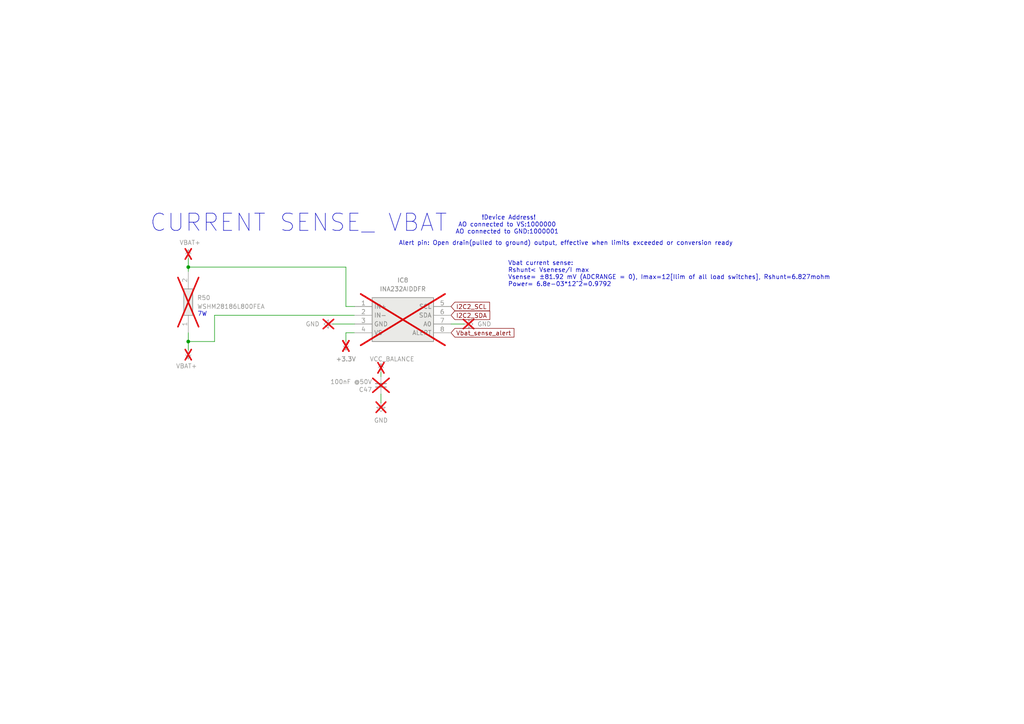
<source format=kicad_sch>
(kicad_sch (version 20250114) (generator "eeschema") (generator_version "9.0")
  (paper "A4")
  (lib_symbols
    (symbol "Device:C_Small" (pin_numbers (hide yes)) (pin_names (offset 0.254) (hide yes))
      (property "Reference" "C" (at 0.254 1.778 0))
      (property "Value" "C_Small" (at 0.254 -2.032 0))
      (symbol "C_Small_0_1"
        (polyline (pts (xy -1.524 0.508) (xy 1.524 0.508)) (stroke (width 0.3048)))
        (polyline (pts (xy -1.524 -0.508) (xy 1.524 -0.508)) (stroke (width 0.3302)))
      )
      (symbol "C_Small_1_1"
        (pin passive line (at 0 2.54 270) (length 2.032) (name "~") (number "1"))
        (pin passive line (at 0 -2.54 90) (length 2.032) (name "~") (number "2"))
      )
    )
    (symbol "power:+3.3V" (power) (pin_numbers (hide yes)) (pin_names (offset 0) (hide yes))
      (property "Value" "+3.3V" (at 0 3.556 0))
      (symbol "+3.3V_0_1"
        (polyline (pts (xy -0.762 1.27) (xy 0 2.54)))
        (polyline (pts (xy 0 2.54) (xy 0.762 1.27)))
        (polyline (pts (xy 0 0) (xy 0 2.54)))
      )
      (symbol "+3.3V_1_1"
        (pin power_in line (at 0 0 90) (length 0) (name "~") (number "1"))
      )
    )
    (symbol "power:+BATT" (power) (pin_numbers (hide yes)) (pin_names (offset 0) (hide yes))
      (property "Value" "+BATT" (at 0 3.556 0))
      (symbol "+BATT_0_1"
        (polyline (pts (xy -0.762 1.27) (xy 0 2.54)))
        (polyline (pts (xy 0 2.54) (xy 0.762 1.27)))
        (polyline (pts (xy 0 0) (xy 0 2.54)))
      )
      (symbol "+BATT_1_1"
        (pin power_in line (at 0 0 90) (length 0) (name "~") (number "1"))
      )
    )
    (symbol "power:GND1" (power) (pin_numbers (hide yes)) (pin_names (offset 0) (hide yes))
      (property "Value" "GND1" (at 0 -3.81 0))
      (symbol "GND1_0_1"
        (polyline (pts (xy 0 0) (xy 0 -1.27) (xy 1.27 -1.27) (xy 0 -2.54) (xy -1.27 -1.27) (xy 0 -1.27)))
      )
      (symbol "GND1_1_1"
        (pin power_in line (at 0 0 270) (length 0) (name "~") (number "1"))
      )
    )
    (symbol "power:VCC" (power) (pin_numbers (hide yes)) (pin_names (offset 0) (hide yes))
      (property "Value" "VCC" (at 0 3.556 0))
      (symbol "VCC_0_1"
        (polyline (pts (xy -0.762 1.27) (xy 0 2.54)))
        (polyline (pts (xy 0 2.54) (xy 0.762 1.27)))
        (polyline (pts (xy 0 0) (xy 0 2.54)))
      )
      (symbol "VCC_1_1"
        (pin power_in line (at 0 0 90) (length 0) (name "~") (number "1"))
      )
    )
    (symbol "samac_sys:INA232AIDDFR"
      (property "Reference" "IC" (at 24.13 7.62 0))
      (property "Value" "INA232AIDDFR" (at 24.13 5.08 0))
      (symbol "INA232AIDDFR_1_1"
        (rectangle (start 5.08 2.54) (end 22.86 -10.16) (stroke (width 0.254)) (fill (type background)))
        (pin passive line (at 0 0 0) (length 5.08) (name "IN+") (number "1"))
        (pin passive line (at 0 -2.54 0) (length 5.08) (name "IN-") (number "2"))
        (pin passive line (at 0 -5.08 0) (length 5.08) (name "GND") (number "3"))
        (pin passive line (at 0 -7.62 0) (length 5.08) (name "VS") (number "4"))
        (pin passive line (at 27.94 0 180) (length 5.08) (name "SCL") (number "5"))
        (pin passive line (at 27.94 -2.54 180) (length 5.08) (name "SDA") (number "6"))
        (pin passive line (at 27.94 -5.08 180) (length 5.08) (name "A0") (number "7"))
        (pin passive line (at 27.94 -7.62 180) (length 5.08) (name "ALERT") (number "8"))
      )
    )
    (symbol "samac_sys:WSHM28186L800FEA" (pin_names (hide yes))
      (property "Reference" "R" (at 13.97 6.35 0))
      (property "Value" "WSHM28186L800FEA" (at 13.97 3.81 0))
      (symbol "WSHM28186L800FEA_1_1"
        (rectangle (start 5.08 1.27) (end 12.7 -1.27) (stroke (width 0.254)) (fill (type background)))
        (pin passive line (at 0 0 0) (length 5.08) (name "1") (number "1"))
        (pin passive line (at 17.78 0 180) (length 5.08) (name "2") (number "2"))
      )
    )
  )
  (text "!Device Address!\nAO connected to VS:1000000 \nAO connected to GND:1000001 " (at 147.574 65.278 0) (effects (font (size 1.27 1.27))))
  (text "7W" (at 58.674 91.186 0) (effects (font (size 1.27 1.27))))
  (text "CURRENT SENSE_ VBAT" (at 86.614 64.77 0) (effects (font (size 5 5))))
  (text "Alert pin: Open drain(pulled to ground) output, effective when limits exceeded or conversion ready " (at 164.592 70.612 0) (effects (font (size 1.27 1.27))))
  (text "Vbat current sense:\nRshunt< Vsenese/I max\nVsense= ±81.92 mV (ADCRANGE = 0), Imax=12[Ilim of all load switches], Rshunt=6.827mohm\nPower= 6.8e-03*12^2=0.9792" (at 147.32 79.502 0) (effects (font (size 1.27 1.27)) (justify left)))
  (junction (at 54.61 77.47))
  (junction (at 54.61 99.06))
  (wire (pts (xy 100.33 96.52) (xy 102.87 96.52)))
  (wire (pts (xy 62.23 91.44) (xy 102.87 91.44)))
  (wire (pts (xy 100.33 99.06) (xy 100.33 96.52)))
  (wire (pts (xy 54.61 99.06) (xy 54.61 96.52)))
  (wire (pts (xy 100.33 88.9) (xy 100.33 77.47)))
  (wire (pts (xy 110.49 114.3) (xy 110.49 116.84)))
  (wire (pts (xy 102.87 88.9) (xy 100.33 88.9)))
  (wire (pts (xy 130.81 93.98) (xy 134.62 93.98)))
  (wire (pts (xy 110.49 107.95) (xy 110.49 109.22)))
  (wire (pts (xy 62.23 91.44) (xy 62.23 99.06)))
  (wire (pts (xy 54.61 99.06) (xy 54.61 101.6)))
  (wire (pts (xy 54.61 77.47) (xy 100.33 77.47)))
  (wire (pts (xy 54.61 74.93) (xy 54.61 77.47)))
  (wire (pts (xy 54.61 77.47) (xy 54.61 78.74)))
  (wire (pts (xy 62.23 99.06) (xy 54.61 99.06)))
  (wire (pts (xy 96.52 93.98) (xy 102.87 93.98)))
  (global_label "Vbat_sense_alert" (shape input) (at 130.81 96.52 0) (property "Intersheetrefs" "${INTERSHEET_REFS}" (effects (hide yes))))
  (global_label "I2C2_SDA" (shape input) (at 130.81 91.44 0) (property "Intersheetrefs" "${INTERSHEET_REFS}" (effects (hide yes))))
  (global_label "I2C2_SCL" (shape input) (at 130.81 88.9 0) (property "Intersheetrefs" "${INTERSHEET_REFS}" (effects (hide yes))))
  (symbol (lib_id "power:+3.3V") (at 100.33 99.06 180) (unit 1) (in_bom no) (on_board no) (dnp yes)
    (property "Reference" "#PWR0179" (effects (hide yes)))
    (property "Value" "+3.3V" (at 100.33 104.14 0))
    (property "Description" "Power symbol creates a global label with name \"+3.3V\"" (effects (hide yes)))
  )
  (symbol (lib_id "samac_sys:INA232AIDDFR") (at 102.87 88.9 0) (unit 1) (in_bom no) (on_board no) (dnp yes)
    (property "Reference" "IC8" (at 116.84 81.28 0))
    (property "Value" "INA232AIDDFR" (at 116.84 83.82 0))
    (property "Footprint" "SamacSys_Parts:SOT65P280X110-8N" (effects (hide yes)))
    (property "Datasheet" "https://www.ti.com/lit/ds/symlink/ina232.pdf?ts=1678135005205&ref_url=https%253A%252F%252Fwww.ti.com%252Fproduct%252FINA232" (effects (hide yes)))
    (property "Description" "Current Monitor Regulator High/Low-Side TSOT-23-8" (effects (hide yes)))
    (property "Height" "1.1" (effects (hide yes)))
    (property "Mouser Part Number" "595-INA232AIDDFR" (effects (hide yes)))
    (property "Mouser Price/Stock" "https://www.mouser.co.uk/ProductDetail/Texas-Instruments/INA232AIDDFR?qs=amGC7iS6iy%2Fta50EZB5C0g%3D%3D" (effects (hide yes)))
    (property "Manufacturer_Name" "Texas Instruments" (effects (hide yes)))
    (property "Manufacturer_Part_Number" "INA232AIDDFR" (effects (hide yes)))
  )
  (symbol (lib_id "power:GND1") (at 134.62 93.98 90) (unit 1) (in_bom no) (on_board no) (dnp yes)
    (property "Reference" "#PWR0182" (effects (hide yes)))
    (property "Value" "GND" (at 138.43 93.9799 90) (effects (justify right)))
    (property "Description" "Power symbol creates a global label with name \"GND1\" , ground" (effects (hide yes)))
  )
  (symbol (lib_id "power:+BATT") (at 54.61 74.93 0) (unit 1) (in_bom no) (on_board no) (dnp yes)
    (property "Reference" "#PWR0176" (effects (hide yes)))
    (property "Value" "VBAT+" (at 55.118 70.358 0))
    (property "Description" "Power symbol creates a global label with name \"+BATT\"" (effects (hide yes)))
  )
  (symbol (lib_id "samac_sys:WSHM28186L800FEA") (at 54.61 96.52 90) (unit 1) (in_bom no) (on_board no) (dnp yes)
    (property "Reference" "R50" (at 57.15 86.3599 90) (effects (justify right)))
    (property "Value" "WSHM28186L800FEA" (at 57.15 88.8999 90) (effects (justify right)))
    (property "Footprint" "SamacSys_Parts:WSHM2818R0330FEB" (effects (hide yes)))
    (property "Datasheet" "https://componentsearchengine.com/Datasheets/2/WSHM2818R0330FEB.pdf" (effects (hide yes)))
    (property "Description" "RES 0.0068 OHM 1% 7W 2818" (effects (hide yes)))
    (property "Height" "1.75" (effects (hide yes)))
    (property "Mouser Part Number" "71-WSHM28186L800FEA" (effects (hide yes)))
    (property "Mouser Price/Stock" "https://www.mouser.co.uk/ProductDetail/Vishay-Dale/WSHM28186L800FEA?qs=Blj4iBE%2FJuNu18DD8X313g%3D%3D" (effects (hide yes)))
    (property "Manufacturer_Name" "Vishay" (effects (hide yes)))
    (property "Manufacturer_Part_Number" "WSHM28186L800FEA" (effects (hide yes)))
  )
  (symbol (lib_id "power:+BATT") (at 54.61 101.6 180) (unit 1) (in_bom no) (on_board no) (dnp yes)
    (property "Reference" "#PWR0177" (effects (hide yes)))
    (property "Value" "VBAT+" (at 54.102 106.172 0))
    (property "Description" "Power symbol creates a global label with name \"+BATT\"" (effects (hide yes)))
  )
  (symbol (lib_id "power:VCC") (at 110.49 107.95 0) (unit 1) (in_bom no) (on_board no) (dnp yes)
    (property "Reference" "#PWR0180" (effects (hide yes)))
    (property "Value" "VCC_BALANCE" (at 107.188 104.14 0) (effects (justify left)))
    (property "Description" "Power symbol creates a global label with name \"VCC\"" (effects (hide yes)))
  )
  (symbol (lib_id "power:GND1") (at 110.49 116.84 0) (unit 1) (in_bom no) (on_board no) (dnp yes)
    (property "Reference" "#PWR0181" (effects (hide yes)))
    (property "Value" "GND" (at 110.49 121.92 0))
    (property "Description" "Power symbol creates a global label with name \"GND1\" , ground" (effects (hide yes)))
  )
  (symbol (lib_id "Device:C_Small") (at 110.49 111.76 180) (unit 1) (in_bom no) (on_board no) (dnp yes)
    (property "Reference" "C47" (at 107.95 113.0238 0) (effects (justify left)))
    (property "Value" "100nF @50V" (at 107.95 110.744 0) (effects (justify left)))
    (property "Footprint" "Capacitor_SMD:C_0402_1005Metric_Pad0.74x0.62mm_HandSolder" (effects (hide yes)))
    (property "Datasheet" "GRM155R61H104KE19J" (effects (hide yes)))
    (property "Description" "Unpolarized capacitor, small symbol" (effects (hide yes)))
  )
  (symbol (lib_id "power:GND1") (at 96.52 93.98 270) (unit 1) (in_bom no) (on_board no) (dnp yes)
    (property "Reference" "#PWR0178" (effects (hide yes)))
    (property "Value" "GND" (at 92.71 93.9799 90) (effects (justify right)))
    (property "Description" "Power symbol creates a global label with name \"GND1\" , ground" (effects (hide yes)))
  )
)
</source>
